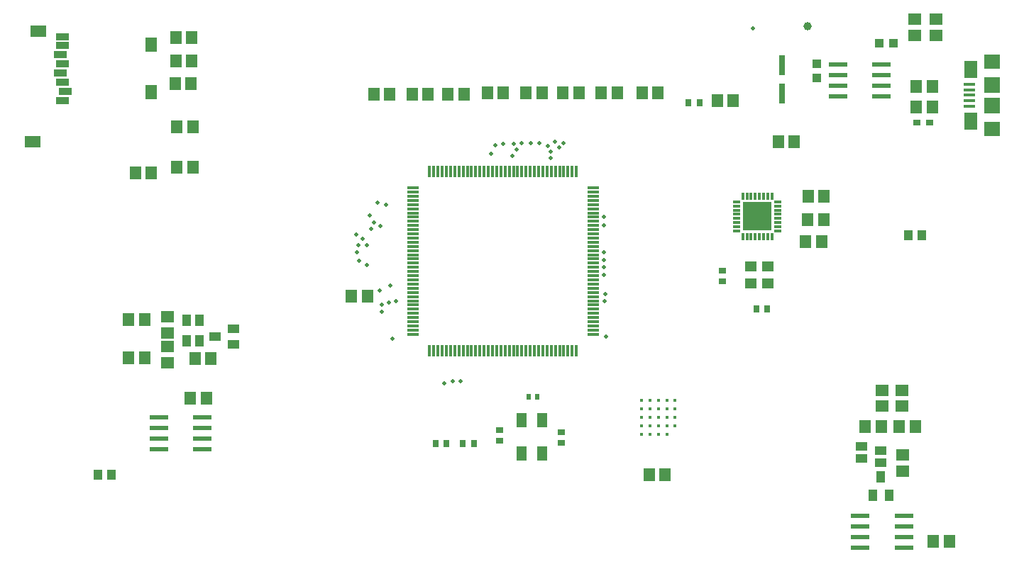
<source format=gtp>
G04*
G04 #@! TF.GenerationSoftware,Altium Limited,Altium Designer,18.0.7 (293)*
G04*
G04 Layer_Color=8421504*
%FSLAX25Y25*%
%MOIN*%
G70*
G01*
G75*
%ADD21C,0.01968*%
G04:AMPARAMS|DCode=22|XSize=39.37mil|YSize=39.37mil|CornerRadius=19.68mil|HoleSize=0mil|Usage=FLASHONLY|Rotation=90.000|XOffset=0mil|YOffset=0mil|HoleType=Round|Shape=RoundedRectangle|*
%AMROUNDEDRECTD22*
21,1,0.03937,0.00000,0,0,90.0*
21,1,0.00000,0.03937,0,0,90.0*
1,1,0.03937,0.00000,0.00000*
1,1,0.03937,0.00000,0.00000*
1,1,0.03937,0.00000,0.00000*
1,1,0.03937,0.00000,0.00000*
%
%ADD22ROUNDEDRECTD22*%
%ADD23R,0.05200X0.06000*%
%ADD24R,0.03600X0.02800*%
%ADD25R,0.02800X0.03600*%
%ADD26C,0.01457*%
%ADD27R,0.05512X0.04724*%
%ADD28R,0.05900X0.03200*%
%ADD29R,0.07500X0.05500*%
%ADD30R,0.05500X0.07100*%
%ADD31R,0.03347X0.01181*%
%ADD32R,0.01181X0.03347*%
%ADD33R,0.13386X0.13386*%
%ADD34R,0.04331X0.05512*%
%ADD35R,0.05512X0.04331*%
%ADD36R,0.06000X0.05200*%
%ADD37R,0.01181X0.05807*%
%ADD38R,0.05807X0.01181*%
%ADD39R,0.04000X0.05600*%
%ADD40R,0.05600X0.04000*%
%ADD41R,0.04800X0.07100*%
%ADD42R,0.03937X0.05118*%
%ADD43R,0.04400X0.04000*%
%ADD44R,0.04000X0.04400*%
%ADD45R,0.03400X0.02800*%
%ADD46R,0.02400X0.02800*%
%ADD47R,0.08700X0.02400*%
%ADD48R,0.07500X0.07500*%
%ADD49R,0.07500X0.07100*%
%ADD50R,0.06300X0.08300*%
%ADD51R,0.05400X0.01600*%
%ADD52R,0.03000X0.09700*%
D21*
X342301Y254501D02*
D03*
X162500Y166500D02*
D03*
X164500Y163000D02*
D03*
X167500Y161500D02*
D03*
X163000Y160000D02*
D03*
X156000Y157500D02*
D03*
X159000Y155500D02*
D03*
X161000Y152500D02*
D03*
X157000D02*
D03*
X156500Y149000D02*
D03*
X157500Y145000D02*
D03*
X161000Y143000D02*
D03*
X172000Y133500D02*
D03*
X167000Y131000D02*
D03*
X174799Y126299D02*
D03*
X171500Y125500D02*
D03*
X168000Y124500D02*
D03*
Y121000D02*
D03*
X173000Y108500D02*
D03*
X201500Y88500D02*
D03*
X197500Y87500D02*
D03*
X205000Y88500D02*
D03*
X273500Y109500D02*
D03*
X272799Y126299D02*
D03*
X273000Y129500D02*
D03*
X272500Y138500D02*
D03*
Y142000D02*
D03*
Y145500D02*
D03*
Y149000D02*
D03*
X272268Y161732D02*
D03*
X272331Y165669D02*
D03*
X170075Y171575D02*
D03*
X166000Y172500D02*
D03*
X219500Y195500D02*
D03*
X221500Y199500D02*
D03*
X225000Y200000D02*
D03*
X230000D02*
D03*
X229500Y194500D02*
D03*
X231500Y197500D02*
D03*
X233679Y200321D02*
D03*
X238000Y200500D02*
D03*
X242000D02*
D03*
X246000Y199000D02*
D03*
X247500Y196500D02*
D03*
Y193500D02*
D03*
X249500Y201000D02*
D03*
X251500Y198500D02*
D03*
X253500Y200500D02*
D03*
D22*
X368000Y255500D02*
D03*
D23*
X361800Y201000D02*
D03*
X354260D02*
D03*
X419200Y217500D02*
D03*
Y227000D02*
D03*
X368260Y175500D02*
D03*
X375800D02*
D03*
X375740Y164500D02*
D03*
X368200D02*
D03*
X71760Y189000D02*
D03*
X79300D02*
D03*
X71760Y208000D02*
D03*
X79300D02*
D03*
X301240Y44500D02*
D03*
X293700D02*
D03*
X71260Y250000D02*
D03*
X78800D02*
D03*
X71260Y239000D02*
D03*
X78800D02*
D03*
X70979Y228500D02*
D03*
X78519D02*
D03*
X52260Y186500D02*
D03*
X59800D02*
D03*
X374740Y154000D02*
D03*
X367200D02*
D03*
X161300Y128500D02*
D03*
X153760D02*
D03*
X78200Y80559D02*
D03*
X85740D02*
D03*
X427200Y13000D02*
D03*
X434740D02*
D03*
X87800Y99209D02*
D03*
X80260D02*
D03*
X49200Y117500D02*
D03*
X56740D02*
D03*
X49200Y99500D02*
D03*
X56740D02*
D03*
X411200Y67000D02*
D03*
X418740D02*
D03*
X395200D02*
D03*
X402740D02*
D03*
X290260Y224000D02*
D03*
X297800D02*
D03*
X278740D02*
D03*
X271200D02*
D03*
X260740D02*
D03*
X253200D02*
D03*
X235760D02*
D03*
X243300D02*
D03*
X225240D02*
D03*
X217700D02*
D03*
X206740Y223500D02*
D03*
X199200D02*
D03*
X164260D02*
D03*
X171800D02*
D03*
X182260D02*
D03*
X189800D02*
D03*
X333240Y220500D02*
D03*
X325700D02*
D03*
X426740Y227000D02*
D03*
Y217500D02*
D03*
D24*
X328000Y135441D02*
D03*
Y140600D02*
D03*
X223397Y65559D02*
D03*
Y60400D02*
D03*
X252500Y59441D02*
D03*
Y64600D02*
D03*
D25*
X343941Y122500D02*
D03*
X349100D02*
D03*
X206240Y59000D02*
D03*
X211399D02*
D03*
X198559D02*
D03*
X193400D02*
D03*
X317259Y219500D02*
D03*
X312100D02*
D03*
D26*
X290126Y79374D02*
D03*
X294063D02*
D03*
X298000D02*
D03*
X301937D02*
D03*
X305874D02*
D03*
X290126Y75437D02*
D03*
X294063D02*
D03*
X298000D02*
D03*
X301937D02*
D03*
X305874D02*
D03*
X290126Y71500D02*
D03*
X294063D02*
D03*
X298000D02*
D03*
X301937D02*
D03*
X305874D02*
D03*
X290126Y67563D02*
D03*
X294063D02*
D03*
X298000D02*
D03*
X301937D02*
D03*
X305874D02*
D03*
X290126Y63626D02*
D03*
X294063D02*
D03*
X298000D02*
D03*
X301937D02*
D03*
D27*
X341500Y142500D02*
D03*
Y134500D02*
D03*
X349500D02*
D03*
Y142500D02*
D03*
D28*
X17922Y220524D02*
D03*
X19522Y224823D02*
D03*
X17922Y229123D02*
D03*
X17122Y233423D02*
D03*
X17922Y237723D02*
D03*
X17122Y242023D02*
D03*
X17922Y246323D02*
D03*
Y250623D02*
D03*
D29*
X3950Y201150D02*
D03*
X6790Y253290D02*
D03*
D30*
X59800Y246950D02*
D03*
Y224450D02*
D03*
D31*
X354146Y159110D02*
D03*
Y161079D02*
D03*
Y163047D02*
D03*
Y165016D02*
D03*
Y166984D02*
D03*
Y168953D02*
D03*
Y170921D02*
D03*
Y172890D02*
D03*
X334854D02*
D03*
Y170921D02*
D03*
Y168953D02*
D03*
Y166984D02*
D03*
Y165016D02*
D03*
Y163047D02*
D03*
Y161079D02*
D03*
Y159110D02*
D03*
D32*
X351390Y175646D02*
D03*
X349421D02*
D03*
X347453D02*
D03*
X345484D02*
D03*
X343516D02*
D03*
X341547D02*
D03*
X339579D02*
D03*
X337610D02*
D03*
Y156354D02*
D03*
X339579D02*
D03*
X341547D02*
D03*
X343516D02*
D03*
X345484D02*
D03*
X347453D02*
D03*
X349421D02*
D03*
X351390D02*
D03*
D33*
X344500Y166000D02*
D03*
D34*
X76547Y107500D02*
D03*
X82453D02*
D03*
X82453Y117000D02*
D03*
X76547D02*
D03*
D35*
X402500Y55953D02*
D03*
Y50047D02*
D03*
X393500Y52047D02*
D03*
Y57953D02*
D03*
D36*
X67500Y111200D02*
D03*
Y118740D02*
D03*
Y97200D02*
D03*
Y104740D02*
D03*
X412851Y46200D02*
D03*
Y53740D02*
D03*
X412500Y84300D02*
D03*
Y76760D02*
D03*
X403000Y84300D02*
D03*
Y76760D02*
D03*
X428500Y251260D02*
D03*
Y258800D02*
D03*
X418500Y258740D02*
D03*
Y251200D02*
D03*
D37*
X190551Y102724D02*
D03*
X192520D02*
D03*
X194488D02*
D03*
X196457D02*
D03*
X198425D02*
D03*
X200394D02*
D03*
X202362D02*
D03*
X204331D02*
D03*
X206299D02*
D03*
X208268D02*
D03*
X210236D02*
D03*
X212205D02*
D03*
X214173D02*
D03*
X216142D02*
D03*
X218110D02*
D03*
X220079D02*
D03*
X222047D02*
D03*
X224016D02*
D03*
X225984D02*
D03*
X227953D02*
D03*
X229921D02*
D03*
X231890D02*
D03*
X233858D02*
D03*
X235827D02*
D03*
X237795D02*
D03*
X239764D02*
D03*
X241732D02*
D03*
X243701D02*
D03*
X245669D02*
D03*
X247638D02*
D03*
X249606D02*
D03*
X251575D02*
D03*
X253543D02*
D03*
X255512D02*
D03*
X257480D02*
D03*
X259449D02*
D03*
Y187276D02*
D03*
X257480D02*
D03*
X255512D02*
D03*
X253543D02*
D03*
X251575D02*
D03*
X249606D02*
D03*
X247638D02*
D03*
X245669D02*
D03*
X243701D02*
D03*
X241732D02*
D03*
X239764D02*
D03*
X237795D02*
D03*
X235827D02*
D03*
X233858D02*
D03*
X231890D02*
D03*
X229921D02*
D03*
X227953D02*
D03*
X225984D02*
D03*
X224016D02*
D03*
X222047D02*
D03*
X220079D02*
D03*
X218110D02*
D03*
X216142D02*
D03*
X214173D02*
D03*
X212205D02*
D03*
X210236D02*
D03*
X208268D02*
D03*
X206299D02*
D03*
X204331D02*
D03*
X202362D02*
D03*
X200394D02*
D03*
X198425D02*
D03*
X196457D02*
D03*
X194488D02*
D03*
X192520D02*
D03*
X190551D02*
D03*
D38*
X267276Y110551D02*
D03*
Y112520D02*
D03*
Y114488D02*
D03*
Y116457D02*
D03*
Y118425D02*
D03*
Y120394D02*
D03*
Y122362D02*
D03*
Y124331D02*
D03*
Y126299D02*
D03*
Y128268D02*
D03*
Y130236D02*
D03*
Y132205D02*
D03*
Y134173D02*
D03*
Y136142D02*
D03*
Y138110D02*
D03*
Y140079D02*
D03*
Y142047D02*
D03*
Y144016D02*
D03*
Y145984D02*
D03*
Y147953D02*
D03*
Y149921D02*
D03*
Y151890D02*
D03*
Y153858D02*
D03*
Y155827D02*
D03*
Y157795D02*
D03*
Y159764D02*
D03*
Y161732D02*
D03*
Y163701D02*
D03*
Y165669D02*
D03*
Y167638D02*
D03*
Y169606D02*
D03*
Y171575D02*
D03*
Y173543D02*
D03*
Y175512D02*
D03*
Y177480D02*
D03*
Y179449D02*
D03*
X182724D02*
D03*
Y177480D02*
D03*
Y175512D02*
D03*
Y173543D02*
D03*
Y171575D02*
D03*
Y169606D02*
D03*
Y167638D02*
D03*
Y165669D02*
D03*
Y163701D02*
D03*
Y161732D02*
D03*
Y159764D02*
D03*
Y157795D02*
D03*
Y155827D02*
D03*
Y153858D02*
D03*
Y151890D02*
D03*
Y149921D02*
D03*
Y147953D02*
D03*
Y145984D02*
D03*
Y144016D02*
D03*
Y142047D02*
D03*
Y140079D02*
D03*
Y138110D02*
D03*
Y136142D02*
D03*
Y134173D02*
D03*
Y132205D02*
D03*
Y130236D02*
D03*
Y128268D02*
D03*
Y126299D02*
D03*
Y124331D02*
D03*
Y122362D02*
D03*
Y120394D02*
D03*
Y118425D02*
D03*
Y116457D02*
D03*
Y114488D02*
D03*
Y112520D02*
D03*
Y110551D02*
D03*
D39*
X398760Y34669D02*
D03*
X406300D02*
D03*
X402500Y43400D02*
D03*
D40*
X98331Y105760D02*
D03*
Y113300D02*
D03*
X89600Y109500D02*
D03*
D41*
X233900Y70112D02*
D03*
Y54412D02*
D03*
X243400Y70112D02*
D03*
Y54412D02*
D03*
D42*
X415350Y157000D02*
D03*
X421650D02*
D03*
X34850Y44500D02*
D03*
X41150D02*
D03*
D43*
X401653Y247500D02*
D03*
X408400D02*
D03*
D44*
X372500Y237846D02*
D03*
Y231100D02*
D03*
D45*
X425551Y210000D02*
D03*
X419400D02*
D03*
D46*
X240968Y81000D02*
D03*
X237000D02*
D03*
D47*
X413300Y10000D02*
D03*
Y15000D02*
D03*
Y25000D02*
D03*
X392764Y10000D02*
D03*
Y15000D02*
D03*
Y25000D02*
D03*
X413300Y20000D02*
D03*
X392764D02*
D03*
X83800Y56500D02*
D03*
Y61500D02*
D03*
Y71500D02*
D03*
X63264Y56500D02*
D03*
Y61500D02*
D03*
Y71500D02*
D03*
X83800Y66500D02*
D03*
X63264D02*
D03*
X402800Y222500D02*
D03*
Y227500D02*
D03*
Y237500D02*
D03*
X382264Y222500D02*
D03*
Y227500D02*
D03*
Y237500D02*
D03*
X402800Y232500D02*
D03*
X382264D02*
D03*
D48*
X454689Y227800D02*
D03*
Y218276D02*
D03*
D49*
Y238800D02*
D03*
Y207252D02*
D03*
D50*
X444650Y235300D02*
D03*
Y210795D02*
D03*
D51*
X444177Y228200D02*
D03*
Y225600D02*
D03*
Y223000D02*
D03*
Y220480D02*
D03*
Y217882D02*
D03*
D52*
X356000Y223900D02*
D03*
Y237100D02*
D03*
M02*

</source>
